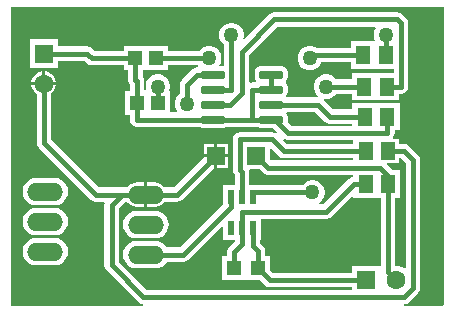
<source format=gtl>
G04*
G04 #@! TF.GenerationSoftware,Altium Limited,Altium Designer,23.8.1 (32)*
G04*
G04 Layer_Physical_Order=1*
G04 Layer_Color=255*
%FSLAX44Y44*%
%MOMM*%
G71*
G04*
G04 #@! TF.SameCoordinates,28D0BBF9-8047-43AB-9FF1-3D26A4D0E5B6*
G04*
G04*
G04 #@! TF.FilePolarity,Positive*
G04*
G01*
G75*
%ADD31R,1.3000X1.5000*%
G04:AMPARAMS|DCode=32|XSize=1.97mm|YSize=0.6mm|CornerRadius=0.075mm|HoleSize=0mm|Usage=FLASHONLY|Rotation=180.000|XOffset=0mm|YOffset=0mm|HoleType=Round|Shape=RoundedRectangle|*
%AMROUNDEDRECTD32*
21,1,1.9700,0.4500,0,0,180.0*
21,1,1.8200,0.6000,0,0,180.0*
1,1,0.1500,-0.9100,0.2250*
1,1,0.1500,0.9100,0.2250*
1,1,0.1500,0.9100,-0.2250*
1,1,0.1500,-0.9100,-0.2250*
%
%ADD32ROUNDEDRECTD32*%
%ADD33R,0.5500X1.2000*%
%ADD34R,1.5240X1.5240*%
%ADD35R,1.2000X1.2000*%
%ADD36R,1.2700X1.2700*%
%ADD37C,0.4000*%
%ADD38O,3.0480X1.5240*%
%ADD39R,1.6000X1.6000*%
%ADD40C,1.6000*%
%ADD41R,1.6000X1.6000*%
%ADD42C,1.2700*%
G36*
X586946Y1267364D02*
X585935Y1265613D01*
X585230Y1262981D01*
Y1260255D01*
X585935Y1257623D01*
X586179Y1257200D01*
X585544Y1256100D01*
X566080D01*
Y1250717D01*
X537074D01*
X535363Y1251706D01*
X532731Y1252411D01*
X530005D01*
X527373Y1251706D01*
X525013Y1250343D01*
X523086Y1248416D01*
X521723Y1246056D01*
X521018Y1243424D01*
Y1240698D01*
X521723Y1238066D01*
X523086Y1235706D01*
X525013Y1233779D01*
X527373Y1232416D01*
X530005Y1231711D01*
X532731D01*
X535363Y1232416D01*
X537723Y1233779D01*
X539650Y1235706D01*
X541013Y1238066D01*
X541124Y1238483D01*
X566080D01*
Y1233100D01*
X602212D01*
Y1229431D01*
X566741D01*
Y1224049D01*
X553503D01*
X553366Y1224285D01*
X551439Y1226212D01*
X549079Y1227575D01*
X546447Y1228280D01*
X543721D01*
X541089Y1227575D01*
X538729Y1226212D01*
X536802Y1224285D01*
X535439Y1221925D01*
X534734Y1219293D01*
Y1216567D01*
X535439Y1213935D01*
X536802Y1211575D01*
X538349Y1210028D01*
X538348Y1210018D01*
X537773Y1208808D01*
X511789D01*
X511695Y1208914D01*
X511226Y1210078D01*
X512034Y1211287D01*
X512403Y1213140D01*
Y1217640D01*
X512034Y1219493D01*
X510984Y1221065D01*
X510924Y1221105D01*
Y1222375D01*
X510984Y1222415D01*
X512034Y1223987D01*
X512403Y1225840D01*
Y1230340D01*
X512034Y1232193D01*
X510984Y1233764D01*
X509413Y1234814D01*
X507560Y1235183D01*
X489360D01*
X487506Y1234814D01*
X485935Y1233764D01*
X484885Y1232193D01*
X484517Y1230340D01*
Y1225840D01*
X484885Y1223987D01*
X485693Y1222777D01*
X485225Y1221614D01*
X485131Y1221507D01*
X482600D01*
X481352Y1221259D01*
X480081Y1222301D01*
Y1244860D01*
X503855Y1268634D01*
X586231D01*
X586946Y1267364D01*
D02*
G37*
G36*
X645160Y1033780D02*
X643890Y1032510D01*
X610922D01*
X610870Y1033758D01*
X613211Y1034224D01*
X615196Y1035550D01*
X623070Y1043424D01*
X624396Y1045409D01*
X624861Y1047750D01*
Y1155700D01*
X624396Y1158041D01*
X623070Y1160026D01*
X615449Y1167647D01*
X613464Y1168973D01*
X611123Y1169439D01*
X606551D01*
Y1173361D01*
X601601D01*
X601271Y1174631D01*
X602502Y1176473D01*
X602968Y1178814D01*
Y1181030D01*
X607350D01*
Y1204030D01*
X567350D01*
Y1198648D01*
X550920D01*
X543149Y1206419D01*
X543647Y1207430D01*
X543783Y1207580D01*
X546447D01*
X549079Y1208285D01*
X551439Y1209648D01*
X553366Y1211575D01*
X553504Y1211814D01*
X566741D01*
Y1206431D01*
X606741D01*
Y1211814D01*
X608330D01*
X610671Y1212279D01*
X612656Y1213605D01*
X613982Y1215590D01*
X614448Y1217931D01*
Y1271673D01*
X613982Y1274014D01*
X612656Y1275999D01*
X609578Y1279077D01*
X607593Y1280403D01*
X605252Y1280869D01*
X501321D01*
X498980Y1280403D01*
X496996Y1279077D01*
X475867Y1257948D01*
X474728Y1258605D01*
X475170Y1260255D01*
Y1262981D01*
X474465Y1265613D01*
X473102Y1267973D01*
X471175Y1269900D01*
X468815Y1271263D01*
X466183Y1271968D01*
X463457D01*
X460825Y1271263D01*
X458465Y1269900D01*
X456538Y1267973D01*
X455175Y1265613D01*
X454470Y1262981D01*
Y1260255D01*
X455175Y1257623D01*
X456538Y1255263D01*
X458465Y1253336D01*
X458703Y1253199D01*
Y1235710D01*
X458060Y1235183D01*
X455470D01*
X454736Y1236453D01*
X455668Y1238066D01*
X456373Y1240698D01*
Y1243424D01*
X455668Y1246056D01*
X454305Y1248416D01*
X452378Y1250343D01*
X450018Y1251706D01*
X447386Y1252411D01*
X444660D01*
X442028Y1251706D01*
X439668Y1250343D01*
X437741Y1248416D01*
X437604Y1248179D01*
X411320D01*
Y1252061D01*
X373540D01*
Y1248179D01*
X349243D01*
X347226Y1250196D01*
X345241Y1251522D01*
X342900Y1251988D01*
X318070D01*
Y1257870D01*
X294070D01*
Y1233870D01*
X318070D01*
Y1239753D01*
X340366D01*
X342383Y1237735D01*
X344368Y1236409D01*
X346709Y1235944D01*
X373540D01*
Y1232061D01*
X377422D01*
Y1223518D01*
X377888Y1221177D01*
X378693Y1219973D01*
Y1213961D01*
X374810D01*
Y1193961D01*
X378693D01*
Y1189990D01*
X379158Y1187649D01*
X380484Y1185664D01*
X382469Y1184338D01*
X384810Y1183873D01*
X437099D01*
X438007Y1183266D01*
X439860Y1182897D01*
X458060D01*
X459914Y1183266D01*
X460822Y1183873D01*
X486598D01*
X487506Y1183266D01*
X489360Y1182897D01*
X499995D01*
X503551Y1179342D01*
X502741Y1178355D01*
X501959Y1178878D01*
X499618Y1179343D01*
X471932D01*
X469591Y1178878D01*
X467606Y1177552D01*
X466280Y1175567D01*
X465815Y1173226D01*
Y1147572D01*
X466280Y1145231D01*
X467593Y1143267D01*
Y1134250D01*
X457460D01*
Y1117621D01*
X421646Y1081807D01*
X410003D01*
X408338Y1083978D01*
X405910Y1085840D01*
X403083Y1087011D01*
X400050Y1087410D01*
X384810D01*
X381777Y1087011D01*
X378950Y1085840D01*
X376522Y1083978D01*
X374660Y1081550D01*
X373489Y1078723D01*
X373090Y1075690D01*
X373489Y1072657D01*
X374660Y1069830D01*
X376522Y1067402D01*
X378950Y1065540D01*
X381777Y1064369D01*
X384810Y1063970D01*
X400050D01*
X403083Y1064369D01*
X405910Y1065540D01*
X408338Y1067402D01*
X410003Y1069573D01*
X424180D01*
X426521Y1070038D01*
X428506Y1071364D01*
X456287Y1099145D01*
X457460Y1098659D01*
Y1088250D01*
X467593D01*
Y1086860D01*
X463034Y1082302D01*
X461708Y1080317D01*
X461242Y1077976D01*
Y1074610D01*
X457010D01*
Y1053910D01*
X489058D01*
X493194Y1049774D01*
X495179Y1048448D01*
X497520Y1047982D01*
X567120D01*
Y1045993D01*
X392932D01*
X369591Y1069334D01*
Y1115066D01*
X374898Y1120372D01*
X376698D01*
X377564Y1119244D01*
X379686Y1117615D01*
X382158Y1116591D01*
X384810Y1116242D01*
X391160D01*
Y1126490D01*
Y1136738D01*
X384810D01*
X382158Y1136388D01*
X379686Y1135365D01*
X377564Y1133736D01*
X376698Y1132607D01*
X352546D01*
X312188Y1172966D01*
Y1211831D01*
X312542Y1212036D01*
X314504Y1213998D01*
X315892Y1216402D01*
X316610Y1219082D01*
Y1219200D01*
X306070D01*
X295530D01*
Y1219082D01*
X296248Y1216402D01*
X297636Y1213998D01*
X299598Y1212036D01*
X299953Y1211831D01*
Y1170432D01*
X300418Y1168091D01*
X301744Y1166106D01*
X345686Y1122164D01*
X347671Y1120838D01*
X350012Y1120372D01*
X356699D01*
X357655Y1119102D01*
X357356Y1117600D01*
Y1066800D01*
X357822Y1064459D01*
X359148Y1062474D01*
X386072Y1035550D01*
X388057Y1034224D01*
X390398Y1033758D01*
X390346Y1032510D01*
X278130D01*
Y1285240D01*
X645160D01*
Y1033780D01*
D02*
G37*
G36*
X436824Y1235478D02*
X436178Y1234208D01*
X436118D01*
X433777Y1233742D01*
X431792Y1232416D01*
X422902Y1223526D01*
X421576Y1221541D01*
X421110Y1219200D01*
Y1211617D01*
X420873Y1211480D01*
X418946Y1209553D01*
X417583Y1207193D01*
X416878Y1204561D01*
Y1201835D01*
X417583Y1199203D01*
X418637Y1197377D01*
X417977Y1196107D01*
X412590D01*
Y1213961D01*
X412590D01*
X412332Y1214297D01*
X412940Y1216567D01*
Y1219293D01*
X412235Y1221925D01*
X410872Y1224285D01*
X408945Y1226212D01*
X406585Y1227575D01*
X403953Y1228280D01*
X401227D01*
X398595Y1227575D01*
X396235Y1226212D01*
X394308Y1224285D01*
X392945Y1221925D01*
X392240Y1219293D01*
Y1216567D01*
X392501Y1215593D01*
X391471Y1214602D01*
X390928Y1214786D01*
Y1222248D01*
X390462Y1224589D01*
X389658Y1225793D01*
Y1232061D01*
X411320D01*
Y1235944D01*
X436483D01*
X436824Y1235478D01*
D02*
G37*
G36*
X544060Y1188204D02*
X546045Y1186878D01*
X548386Y1186413D01*
X567350D01*
Y1184931D01*
X515264D01*
X512403Y1187793D01*
Y1192240D01*
X512034Y1194093D01*
X511226Y1195303D01*
X511695Y1196466D01*
X511789Y1196572D01*
X535692D01*
X544060Y1188204D01*
D02*
G37*
G36*
X510389Y1173162D02*
X512730Y1172697D01*
X568011D01*
Y1169439D01*
X512057D01*
X508797Y1172698D01*
X509607Y1173685D01*
X510389Y1173162D01*
D02*
G37*
G36*
X505197Y1158995D02*
X507182Y1157669D01*
X509523Y1157204D01*
X568011D01*
Y1155468D01*
X498422D01*
X497397Y1156492D01*
Y1165136D01*
X498571Y1165622D01*
X505197Y1158995D01*
D02*
G37*
G36*
X491562Y1145024D02*
X493547Y1143698D01*
X495888Y1143232D01*
X568011D01*
Y1141360D01*
X566366Y1141033D01*
X564381Y1139707D01*
X542804Y1118130D01*
X539080D01*
X538739Y1119399D01*
X539755Y1119986D01*
X541682Y1121913D01*
X543045Y1124273D01*
X543750Y1126905D01*
Y1129631D01*
X543045Y1132263D01*
X541682Y1134623D01*
X539755Y1136550D01*
X537395Y1137913D01*
X534763Y1138618D01*
X532037D01*
X529405Y1137913D01*
X527045Y1136550D01*
X525118Y1134623D01*
X524981Y1134386D01*
X483210D01*
X482530Y1134250D01*
X479827D01*
Y1145794D01*
X479616Y1146859D01*
X480421Y1147840D01*
X488746D01*
X491562Y1145024D01*
D02*
G37*
G36*
X612626Y1153166D02*
Y1064668D01*
X611357Y1064009D01*
X609152Y1065282D01*
X606100Y1066100D01*
X603629D01*
Y1123881D01*
X608011D01*
Y1146881D01*
X601670D01*
X596444Y1152108D01*
X596930Y1153281D01*
X606551D01*
Y1157204D01*
X608589D01*
X612626Y1153166D01*
D02*
G37*
G36*
X568011Y1124374D02*
Y1123881D01*
X591394D01*
Y1067257D01*
X591120Y1066100D01*
X567120D01*
Y1060218D01*
X500054D01*
X497710Y1062561D01*
Y1074610D01*
X493478D01*
Y1078992D01*
X493012Y1081333D01*
X491686Y1083318D01*
X489328Y1085676D01*
Y1088250D01*
X489960D01*
Y1105894D01*
X545338D01*
X547679Y1106360D01*
X549664Y1107686D01*
X566838Y1124860D01*
X568011Y1124374D01*
D02*
G37*
%LPC*%
G36*
X307458Y1231010D02*
X307340D01*
Y1221740D01*
X316610D01*
Y1221858D01*
X315892Y1224538D01*
X314504Y1226942D01*
X312542Y1228904D01*
X310138Y1230292D01*
X307458Y1231010D01*
D02*
G37*
G36*
X304800D02*
X304682D01*
X302002Y1230292D01*
X299598Y1228904D01*
X297636Y1226942D01*
X296248Y1224538D01*
X295530Y1221858D01*
Y1221740D01*
X304800D01*
Y1231010D01*
D02*
G37*
G36*
X461647Y1169620D02*
X452757D01*
Y1160730D01*
X461647D01*
Y1169620D01*
D02*
G37*
G36*
X450218D02*
X441328D01*
Y1160730D01*
X450218D01*
Y1169620D01*
D02*
G37*
G36*
X461647Y1158190D02*
X452757D01*
Y1149300D01*
X461647D01*
Y1158190D01*
D02*
G37*
G36*
X450218D02*
X441328D01*
Y1157952D01*
X415983Y1132607D01*
X408162D01*
X407296Y1133736D01*
X405174Y1135365D01*
X402702Y1136388D01*
X400050Y1136738D01*
X393700D01*
Y1126490D01*
Y1116242D01*
X400050D01*
X402702Y1116591D01*
X405174Y1117615D01*
X407296Y1119244D01*
X408162Y1120372D01*
X418517D01*
X420858Y1120838D01*
X422843Y1122164D01*
X449979Y1149300D01*
X450218D01*
Y1158190D01*
D02*
G37*
G36*
X314960Y1140750D02*
X299720D01*
X296687Y1140351D01*
X293860Y1139180D01*
X291432Y1137318D01*
X289570Y1134890D01*
X288399Y1132063D01*
X288000Y1129030D01*
X288399Y1125997D01*
X289570Y1123170D01*
X291432Y1120742D01*
X293860Y1118880D01*
X296687Y1117709D01*
X299720Y1117310D01*
X314960D01*
X317993Y1117709D01*
X320820Y1118880D01*
X323247Y1120742D01*
X325110Y1123170D01*
X326281Y1125997D01*
X326680Y1129030D01*
X326281Y1132063D01*
X325110Y1134890D01*
X323247Y1137318D01*
X320820Y1139180D01*
X317993Y1140351D01*
X314960Y1140750D01*
D02*
G37*
G36*
Y1115350D02*
X299720D01*
X296687Y1114951D01*
X293860Y1113780D01*
X291432Y1111917D01*
X289570Y1109490D01*
X288399Y1106663D01*
X288000Y1103630D01*
X288399Y1100597D01*
X289570Y1097770D01*
X291432Y1095342D01*
X293860Y1093480D01*
X296687Y1092309D01*
X299720Y1091910D01*
X314960D01*
X317993Y1092309D01*
X320820Y1093480D01*
X323247Y1095342D01*
X325110Y1097770D01*
X326281Y1100597D01*
X326680Y1103630D01*
X326281Y1106663D01*
X325110Y1109490D01*
X323247Y1111917D01*
X320820Y1113780D01*
X317993Y1114951D01*
X314960Y1115350D01*
D02*
G37*
G36*
X400050Y1112810D02*
X384810D01*
X381777Y1112411D01*
X378950Y1111240D01*
X376522Y1109378D01*
X374660Y1106950D01*
X373489Y1104123D01*
X373090Y1101090D01*
X373489Y1098057D01*
X374660Y1095230D01*
X376522Y1092803D01*
X378950Y1090940D01*
X381777Y1089769D01*
X384810Y1089370D01*
X400050D01*
X403083Y1089769D01*
X405910Y1090940D01*
X408338Y1092803D01*
X410200Y1095230D01*
X411371Y1098057D01*
X411770Y1101090D01*
X411371Y1104123D01*
X410200Y1106950D01*
X408338Y1109378D01*
X405910Y1111240D01*
X403083Y1112411D01*
X400050Y1112810D01*
D02*
G37*
G36*
X314960Y1089950D02*
X299720D01*
X296687Y1089551D01*
X293860Y1088380D01*
X291432Y1086517D01*
X289570Y1084090D01*
X288399Y1081263D01*
X288000Y1078230D01*
X288399Y1075197D01*
X289570Y1072370D01*
X291432Y1069942D01*
X293860Y1068080D01*
X296687Y1066909D01*
X299720Y1066510D01*
X314960D01*
X317993Y1066909D01*
X320820Y1068080D01*
X323247Y1069942D01*
X325110Y1072370D01*
X326281Y1075197D01*
X326680Y1078230D01*
X326281Y1081263D01*
X325110Y1084090D01*
X323247Y1086517D01*
X320820Y1088380D01*
X317993Y1089551D01*
X314960Y1089950D01*
D02*
G37*
%LPD*%
D31*
X597511Y1135381D02*
D03*
X578511D02*
D03*
X597511Y1163321D02*
D03*
X578511D02*
D03*
X577241Y1217931D02*
D03*
X596241D02*
D03*
X576580Y1244600D02*
D03*
X595580D02*
D03*
X577850Y1192530D02*
D03*
X596850D02*
D03*
D32*
X448960Y1189990D02*
D03*
Y1202690D02*
D03*
Y1215390D02*
D03*
Y1228090D02*
D03*
X498460D02*
D03*
Y1215390D02*
D03*
Y1202690D02*
D03*
Y1189990D02*
D03*
D33*
X483210Y1124250D02*
D03*
X473710D02*
D03*
X464210D02*
D03*
Y1098250D02*
D03*
X483210D02*
D03*
X473710D02*
D03*
D34*
X485778Y1159460D02*
D03*
X451488D02*
D03*
D35*
X401320Y1242061D02*
D03*
X383540D02*
D03*
X402590Y1203961D02*
D03*
X384810D02*
D03*
D36*
X467360Y1064260D02*
D03*
X487360D02*
D03*
D37*
X350012Y1126490D02*
X372364D01*
X483210Y1128268D02*
X533400D01*
X448960Y1189990D02*
X482600D01*
X597511Y1061109D02*
Y1135381D01*
Y1061109D02*
X604520Y1054100D01*
X533907Y1244600D02*
X576580D01*
X531368Y1242061D02*
X533907Y1244600D01*
X401320Y1242061D02*
X446023D01*
X448960Y1215390D02*
X464820D01*
Y1261618D01*
X595580Y1244600D02*
Y1261618D01*
X596241Y1217931D02*
X608330D01*
Y1271673D01*
X605252Y1274751D02*
X608330Y1271673D01*
X501321Y1274751D02*
X605252D01*
X473964Y1247394D02*
X501321Y1274751D01*
X473964Y1212850D02*
Y1247394D01*
X463804Y1202690D02*
X473964Y1212850D01*
X448960Y1202690D02*
X463804D01*
X436118Y1228090D02*
X448960D01*
X427228Y1219200D02*
X436118Y1228090D01*
X427228Y1203198D02*
Y1219200D01*
X482600Y1189990D02*
X498460D01*
X482600D02*
Y1215390D01*
X498460D01*
X497520Y1054100D02*
X579120D01*
X487360Y1064260D02*
X497520Y1054100D01*
X483210Y1124250D02*
Y1128268D01*
X568707Y1135381D02*
X578511D01*
X545338Y1112012D02*
X568707Y1135381D01*
X473710Y1112012D02*
X545338D01*
X473710Y1098250D02*
Y1112012D01*
X548386Y1192530D02*
X577850D01*
X538226Y1202690D02*
X548386Y1192530D01*
X498460Y1202690D02*
X538226D01*
X545085Y1217931D02*
X577241D01*
X545084Y1217930D02*
X545085Y1217931D01*
X402590Y1203961D02*
Y1217930D01*
X597511Y1163321D02*
X611123D01*
X618744Y1155700D01*
Y1047750D02*
Y1155700D01*
X610870Y1039876D02*
X618744Y1047750D01*
X390398Y1039876D02*
X610870D01*
X363474Y1066800D02*
X390398Y1039876D01*
X363474Y1066800D02*
Y1117600D01*
X372364Y1126490D01*
X392430D01*
X306070Y1170432D02*
Y1220470D01*
Y1170432D02*
X350012Y1126490D01*
X464210Y1115720D02*
Y1124250D01*
X424180Y1075690D02*
X464210Y1115720D01*
X392430Y1075690D02*
X424180D01*
X392430Y1126490D02*
X418517D01*
X451488Y1159460D01*
X596850Y1178814D02*
Y1192530D01*
X512730Y1178814D02*
X596850D01*
X501554Y1189990D02*
X512730Y1178814D01*
X498460Y1189990D02*
X501554D01*
X473710Y1124250D02*
Y1145794D01*
X471932Y1147572D02*
X473710Y1145794D01*
X471932Y1147572D02*
Y1173226D01*
X499618D01*
X509523Y1163321D01*
X578511D01*
X384810Y1189990D02*
X448960D01*
X384810D02*
Y1203961D01*
X597511Y1135381D02*
Y1142389D01*
X590550Y1149350D02*
X597511Y1142389D01*
X495888Y1149350D02*
X590550D01*
X485778Y1159460D02*
X495888Y1149350D01*
X483210Y1083142D02*
Y1098250D01*
Y1083142D02*
X487360Y1078992D01*
Y1064260D02*
Y1078992D01*
X473710Y1084326D02*
Y1098250D01*
X467360Y1077976D02*
X473710Y1084326D01*
X467360Y1064260D02*
Y1077976D01*
X498460Y1215390D02*
Y1228090D01*
X346709Y1242061D02*
X383540D01*
X342900Y1245870D02*
X346709Y1242061D01*
X306070Y1245870D02*
X342900D01*
X383540Y1223518D02*
Y1242061D01*
Y1223518D02*
X384810Y1222248D01*
Y1203961D02*
Y1222248D01*
D38*
X392430Y1126490D02*
D03*
Y1101090D02*
D03*
Y1075690D02*
D03*
X307340Y1078230D02*
D03*
Y1103630D02*
D03*
Y1129030D02*
D03*
D39*
X579120Y1054100D02*
D03*
D40*
X604520D02*
D03*
X306070Y1220470D02*
D03*
D41*
Y1245870D02*
D03*
D42*
X531368Y1242061D02*
D03*
X446023D02*
D03*
X464820Y1261618D02*
D03*
X595580D02*
D03*
X427228Y1203198D02*
D03*
X533400Y1128268D02*
D03*
X545084Y1217930D02*
D03*
X402590D02*
D03*
M02*

</source>
